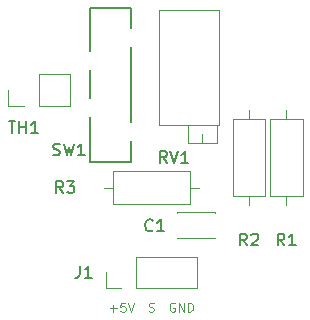
<source format=gto>
G04 #@! TF.GenerationSoftware,KiCad,Pcbnew,(5.1.4)-1*
G04 #@! TF.CreationDate,2019-09-09T23:55:40+02:00*
G04 #@! TF.ProjectId,PTC,5054432e-6b69-4636-9164-5f7063625858,rev?*
G04 #@! TF.SameCoordinates,PXe4e1c0PY29f6300*
G04 #@! TF.FileFunction,Legend,Top*
G04 #@! TF.FilePolarity,Positive*
%FSLAX46Y46*%
G04 Gerber Fmt 4.6, Leading zero omitted, Abs format (unit mm)*
G04 Created by KiCad (PCBNEW (5.1.4)-1) date 2019-09-09 23:55:40*
%MOMM*%
%LPD*%
G04 APERTURE LIST*
%ADD10C,0.125000*%
%ADD11C,0.120000*%
%ADD12C,0.150000*%
%ADD13O,1.802000X1.802000*%
%ADD14R,1.802000X1.802000*%
%ADD15C,1.626000*%
%ADD16C,1.542000*%
%ADD17O,1.702000X1.702000*%
%ADD18C,1.702000*%
%ADD19C,5.102000*%
G04 APERTURE END LIST*
D10*
X14630714Y1786429D02*
X14737857Y1750715D01*
X14916428Y1750715D01*
X14987857Y1786429D01*
X15023571Y1822143D01*
X15059285Y1893572D01*
X15059285Y1965000D01*
X15023571Y2036429D01*
X14987857Y2072143D01*
X14916428Y2107858D01*
X14773571Y2143572D01*
X14702142Y2179286D01*
X14666428Y2215000D01*
X14630714Y2286429D01*
X14630714Y2357858D01*
X14666428Y2429286D01*
X14702142Y2465000D01*
X14773571Y2500715D01*
X14952142Y2500715D01*
X15059285Y2465000D01*
X16813571Y2465000D02*
X16742142Y2500715D01*
X16635000Y2500715D01*
X16527857Y2465000D01*
X16456428Y2393572D01*
X16420714Y2322143D01*
X16385000Y2179286D01*
X16385000Y2072143D01*
X16420714Y1929286D01*
X16456428Y1857858D01*
X16527857Y1786429D01*
X16635000Y1750715D01*
X16706428Y1750715D01*
X16813571Y1786429D01*
X16849285Y1822143D01*
X16849285Y2072143D01*
X16706428Y2072143D01*
X17170714Y1750715D02*
X17170714Y2500715D01*
X17599285Y1750715D01*
X17599285Y2500715D01*
X17956428Y1750715D02*
X17956428Y2500715D01*
X18135000Y2500715D01*
X18242142Y2465000D01*
X18313571Y2393572D01*
X18349285Y2322143D01*
X18385000Y2179286D01*
X18385000Y2072143D01*
X18349285Y1929286D01*
X18313571Y1857858D01*
X18242142Y1786429D01*
X18135000Y1750715D01*
X17956428Y1750715D01*
X11340714Y2036429D02*
X11912142Y2036429D01*
X11626428Y1750715D02*
X11626428Y2322143D01*
X12626428Y2500715D02*
X12269285Y2500715D01*
X12233571Y2143572D01*
X12269285Y2179286D01*
X12340714Y2215000D01*
X12519285Y2215000D01*
X12590714Y2179286D01*
X12626428Y2143572D01*
X12662142Y2072143D01*
X12662142Y1893572D01*
X12626428Y1822143D01*
X12590714Y1786429D01*
X12519285Y1750715D01*
X12340714Y1750715D01*
X12269285Y1786429D01*
X12233571Y1822143D01*
X12876428Y2500715D02*
X13126428Y1750715D01*
X13376428Y2500715D01*
D11*
X2720000Y19175000D02*
X2720000Y20505000D01*
X4050000Y19175000D02*
X2720000Y19175000D01*
X5320000Y19175000D02*
X5320000Y21835000D01*
X5320000Y21835000D02*
X7920000Y21835000D01*
X5320000Y19175000D02*
X7920000Y19175000D01*
X7920000Y19175000D02*
X7920000Y21835000D01*
X10975000Y3744500D02*
X10975000Y5074500D01*
X12305000Y3744500D02*
X10975000Y3744500D01*
X13575000Y3744500D02*
X13575000Y6404500D01*
X13575000Y6404500D02*
X18715000Y6404500D01*
X13575000Y3744500D02*
X18715000Y3744500D01*
X18715000Y3744500D02*
X18715000Y6404500D01*
D12*
X9665000Y14450000D02*
X9665000Y27450000D01*
X13165000Y27450000D02*
X13165000Y14450000D01*
X13165000Y27450000D02*
X9665000Y27450000D01*
X13165000Y14450000D02*
X9665000Y14450000D01*
D11*
X19160000Y16005000D02*
X19160000Y16764000D01*
X17945000Y17524000D02*
X20375000Y17524000D01*
X17945000Y16005000D02*
X20375000Y16005000D01*
X20375000Y16005000D02*
X20375000Y17524000D01*
X17945000Y16005000D02*
X17945000Y17524000D01*
X15480000Y27295000D02*
X20550000Y27295000D01*
X15480000Y17525000D02*
X20550000Y17525000D01*
X20550000Y17525000D02*
X20550000Y27295000D01*
X15480000Y17525000D02*
X15480000Y27295000D01*
X18885000Y12250000D02*
X18115000Y12250000D01*
X10805000Y12250000D02*
X11575000Y12250000D01*
X18115000Y13620000D02*
X11575000Y13620000D01*
X18115000Y10880000D02*
X18115000Y13620000D01*
X11575000Y10880000D02*
X18115000Y10880000D01*
X11575000Y13620000D02*
X11575000Y10880000D01*
X23100000Y10750000D02*
X23100000Y11520000D01*
X23100000Y18830000D02*
X23100000Y18060000D01*
X24470000Y11520000D02*
X24470000Y18060000D01*
X21730000Y11520000D02*
X24470000Y11520000D01*
X21730000Y18060000D02*
X21730000Y11520000D01*
X24470000Y18060000D02*
X21730000Y18060000D01*
X26275000Y10750000D02*
X26275000Y11520000D01*
X26275000Y18830000D02*
X26275000Y18060000D01*
X27645000Y11520000D02*
X27645000Y18060000D01*
X24905000Y11520000D02*
X27645000Y11520000D01*
X24905000Y18060000D02*
X24905000Y11520000D01*
X27645000Y18060000D02*
X24905000Y18060000D01*
X20255000Y8020000D02*
X20255000Y7955000D01*
X20255000Y10195000D02*
X20255000Y10130000D01*
X17015000Y8020000D02*
X17015000Y7955000D01*
X17015000Y10195000D02*
X17015000Y10130000D01*
X17015000Y7955000D02*
X20255000Y7955000D01*
X17015000Y10195000D02*
X20255000Y10195000D01*
D12*
X2764285Y17877620D02*
X3335714Y17877620D01*
X3050000Y16877620D02*
X3050000Y17877620D01*
X3669047Y16877620D02*
X3669047Y17877620D01*
X3669047Y17401429D02*
X4240476Y17401429D01*
X4240476Y16877620D02*
X4240476Y17877620D01*
X5240476Y16877620D02*
X4669047Y16877620D01*
X4954761Y16877620D02*
X4954761Y17877620D01*
X4859523Y17734762D01*
X4764285Y17639524D01*
X4669047Y17591905D01*
X8796666Y5622120D02*
X8796666Y4907834D01*
X8749047Y4764977D01*
X8653809Y4669739D01*
X8510952Y4622120D01*
X8415714Y4622120D01*
X9796666Y4622120D02*
X9225238Y4622120D01*
X9510952Y4622120D02*
X9510952Y5622120D01*
X9415714Y5479262D01*
X9320476Y5384024D01*
X9225238Y5336405D01*
X6526666Y15020239D02*
X6669523Y14972620D01*
X6907619Y14972620D01*
X7002857Y15020239D01*
X7050476Y15067858D01*
X7098095Y15163096D01*
X7098095Y15258334D01*
X7050476Y15353572D01*
X7002857Y15401191D01*
X6907619Y15448810D01*
X6717142Y15496429D01*
X6621904Y15544048D01*
X6574285Y15591667D01*
X6526666Y15686905D01*
X6526666Y15782143D01*
X6574285Y15877381D01*
X6621904Y15925000D01*
X6717142Y15972620D01*
X6955238Y15972620D01*
X7098095Y15925000D01*
X7431428Y15972620D02*
X7669523Y14972620D01*
X7860000Y15686905D01*
X8050476Y14972620D01*
X8288571Y15972620D01*
X9193333Y14972620D02*
X8621904Y14972620D01*
X8907619Y14972620D02*
X8907619Y15972620D01*
X8812380Y15829762D01*
X8717142Y15734524D01*
X8621904Y15686905D01*
X16154761Y14337620D02*
X15821428Y14813810D01*
X15583333Y14337620D02*
X15583333Y15337620D01*
X15964285Y15337620D01*
X16059523Y15290000D01*
X16107142Y15242381D01*
X16154761Y15147143D01*
X16154761Y15004286D01*
X16107142Y14909048D01*
X16059523Y14861429D01*
X15964285Y14813810D01*
X15583333Y14813810D01*
X16440476Y15337620D02*
X16773809Y14337620D01*
X17107142Y15337620D01*
X17964285Y14337620D02*
X17392857Y14337620D01*
X17678571Y14337620D02*
X17678571Y15337620D01*
X17583333Y15194762D01*
X17488095Y15099524D01*
X17392857Y15051905D01*
X7375833Y11797620D02*
X7042500Y12273810D01*
X6804404Y11797620D02*
X6804404Y12797620D01*
X7185357Y12797620D01*
X7280595Y12750000D01*
X7328214Y12702381D01*
X7375833Y12607143D01*
X7375833Y12464286D01*
X7328214Y12369048D01*
X7280595Y12321429D01*
X7185357Y12273810D01*
X6804404Y12273810D01*
X7709166Y12797620D02*
X8328214Y12797620D01*
X7994880Y12416667D01*
X8137738Y12416667D01*
X8232976Y12369048D01*
X8280595Y12321429D01*
X8328214Y12226191D01*
X8328214Y11988096D01*
X8280595Y11892858D01*
X8232976Y11845239D01*
X8137738Y11797620D01*
X7852023Y11797620D01*
X7756785Y11845239D01*
X7709166Y11892858D01*
X22933333Y7352620D02*
X22600000Y7828810D01*
X22361904Y7352620D02*
X22361904Y8352620D01*
X22742857Y8352620D01*
X22838095Y8305000D01*
X22885714Y8257381D01*
X22933333Y8162143D01*
X22933333Y8019286D01*
X22885714Y7924048D01*
X22838095Y7876429D01*
X22742857Y7828810D01*
X22361904Y7828810D01*
X23314285Y8257381D02*
X23361904Y8305000D01*
X23457142Y8352620D01*
X23695238Y8352620D01*
X23790476Y8305000D01*
X23838095Y8257381D01*
X23885714Y8162143D01*
X23885714Y8066905D01*
X23838095Y7924048D01*
X23266666Y7352620D01*
X23885714Y7352620D01*
X26108333Y7352620D02*
X25775000Y7828810D01*
X25536904Y7352620D02*
X25536904Y8352620D01*
X25917857Y8352620D01*
X26013095Y8305000D01*
X26060714Y8257381D01*
X26108333Y8162143D01*
X26108333Y8019286D01*
X26060714Y7924048D01*
X26013095Y7876429D01*
X25917857Y7828810D01*
X25536904Y7828810D01*
X27060714Y7352620D02*
X26489285Y7352620D01*
X26775000Y7352620D02*
X26775000Y8352620D01*
X26679761Y8209762D01*
X26584523Y8114524D01*
X26489285Y8066905D01*
X14955833Y8654358D02*
X14908214Y8606739D01*
X14765357Y8559120D01*
X14670119Y8559120D01*
X14527261Y8606739D01*
X14432023Y8701977D01*
X14384404Y8797215D01*
X14336785Y8987691D01*
X14336785Y9130548D01*
X14384404Y9321024D01*
X14432023Y9416262D01*
X14527261Y9511500D01*
X14670119Y9559120D01*
X14765357Y9559120D01*
X14908214Y9511500D01*
X14955833Y9463881D01*
X15908214Y8559120D02*
X15336785Y8559120D01*
X15622500Y8559120D02*
X15622500Y9559120D01*
X15527261Y9416262D01*
X15432023Y9321024D01*
X15336785Y9273405D01*
%LPC*%
D13*
X6590000Y20505000D03*
D14*
X4050000Y20505000D03*
D13*
X17385000Y5074500D03*
X14845000Y5074500D03*
D14*
X12305000Y5074500D03*
D15*
X13065000Y16950000D03*
X9765000Y22950000D03*
X13065000Y24950000D03*
X9765000Y18950000D03*
D16*
X16750000Y19870000D03*
X19290000Y22410000D03*
X16750000Y24950000D03*
D17*
X19925000Y12250000D03*
D18*
X9765000Y12250000D03*
D17*
X23100000Y9710000D03*
D18*
X23100000Y19870000D03*
D17*
X26275000Y9710000D03*
D18*
X26275000Y19870000D03*
X19885000Y9075000D03*
X17385000Y9075000D03*
D19*
X23250000Y2750000D03*
X5750000Y26250000D03*
M02*

</source>
